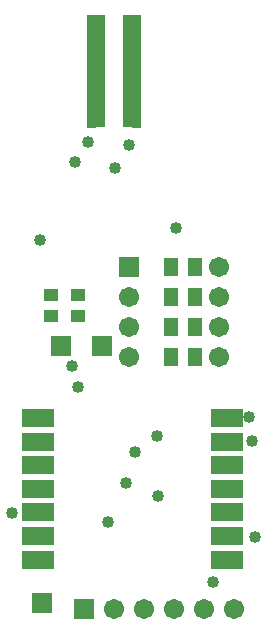
<source format=gbs>
%FSTAX24Y24*%
%MOIN*%
G70*
G01*
G75*
G04 Layer_Color=8388736*
%ADD10R,0.0709X0.0709*%
%ADD11R,0.0512X0.0472*%
%ADD12R,0.0374X0.1004*%
%ADD13R,0.1299X0.1004*%
%ADD14R,0.0512X0.0394*%
%ADD15R,0.0394X0.0512*%
%ADD16R,0.0630X0.0630*%
%ADD17O,0.0906X0.0236*%
%ADD18C,0.0100*%
%ADD19R,0.0591X0.0591*%
%ADD20C,0.0591*%
%ADD21C,0.0320*%
%ADD22R,0.0630X0.0630*%
%ADD23R,0.0374X0.0315*%
%ADD24R,0.0984X0.0512*%
%ADD25C,0.0098*%
%ADD26C,0.0236*%
%ADD27C,0.0079*%
%ADD28C,0.0040*%
%ADD29C,0.0039*%
%ADD30R,0.0789X0.0789*%
%ADD31R,0.0592X0.0552*%
%ADD32R,0.0454X0.1084*%
%ADD33R,0.1379X0.1084*%
%ADD34R,0.0592X0.0474*%
%ADD35R,0.0474X0.0592*%
%ADD36R,0.0710X0.0710*%
%ADD37O,0.0986X0.0316*%
%ADD38R,0.0671X0.0671*%
%ADD39C,0.0671*%
%ADD40C,0.0400*%
%ADD41R,0.0710X0.0710*%
%ADD42R,0.0454X0.0395*%
%ADD43R,0.1064X0.0592*%
G36*
X2377Y1973D02*
X237091Y197278D01*
Y201037D01*
X2377D01*
Y1973D01*
D02*
G37*
G36*
X238891Y197287D02*
X238291Y1973D01*
Y201037D01*
X238891D01*
Y197287D01*
D02*
G37*
D35*
X240694Y19165D02*
D03*
X239906D02*
D03*
X240694Y19265D02*
D03*
X239906D02*
D03*
X240694Y19065D02*
D03*
X239906D02*
D03*
X240694Y18965D02*
D03*
X239906D02*
D03*
D38*
X237Y18125D02*
D03*
X2356Y18145D02*
D03*
X2385Y19265D02*
D03*
D39*
X238Y18125D02*
D03*
X239D02*
D03*
X24D02*
D03*
X241D02*
D03*
X242D02*
D03*
X2385Y19165D02*
D03*
Y19065D02*
D03*
Y18965D02*
D03*
X2415Y19265D02*
D03*
Y19165D02*
D03*
Y19065D02*
D03*
Y18965D02*
D03*
D40*
X236691Y19615D02*
D03*
X237141Y1968D02*
D03*
X238041Y19595D02*
D03*
X238491Y1967D02*
D03*
X239411Y187D02*
D03*
X238684Y18647D02*
D03*
X235535Y193557D02*
D03*
X240062Y19395D02*
D03*
X2368Y18865D02*
D03*
X2366Y18935D02*
D03*
X234606Y184443D02*
D03*
X2378Y18415D02*
D03*
X2413Y18215D02*
D03*
X2427Y18365D02*
D03*
X2425Y18765D02*
D03*
X2426Y18685D02*
D03*
X2384Y18545D02*
D03*
X23945Y185D02*
D03*
D41*
X236243Y190013D02*
D03*
X237582D02*
D03*
D42*
X2359Y191704D02*
D03*
Y190995D02*
D03*
X2368D02*
D03*
Y191704D02*
D03*
D43*
X24175Y187612D02*
D03*
Y186824D02*
D03*
Y186037D02*
D03*
Y18525D02*
D03*
Y184462D02*
D03*
Y183675D02*
D03*
Y182887D02*
D03*
X23545Y187612D02*
D03*
Y186824D02*
D03*
Y186037D02*
D03*
Y18525D02*
D03*
Y184462D02*
D03*
Y183675D02*
D03*
Y182887D02*
D03*
M02*

</source>
